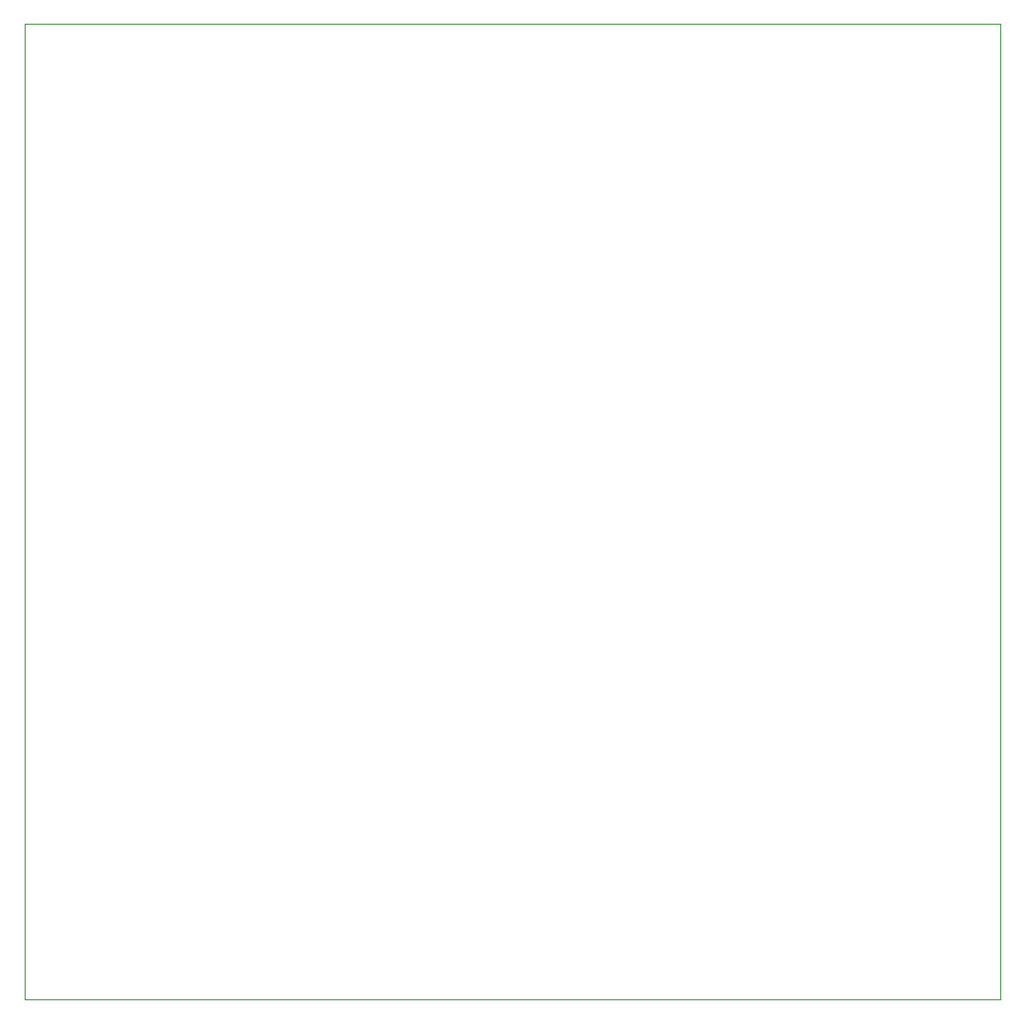
<source format=gbr>
G04 #@! TF.GenerationSoftware,KiCad,Pcbnew,5.1.5+dfsg1-2build2*
G04 #@! TF.CreationDate,2021-02-20T12:55:14-05:00*
G04 #@! TF.ProjectId,eboard,65626f61-7264-42e6-9b69-6361645f7063,rev?*
G04 #@! TF.SameCoordinates,Original*
G04 #@! TF.FileFunction,Profile,NP*
%FSLAX46Y46*%
G04 Gerber Fmt 4.6, Leading zero omitted, Abs format (unit mm)*
G04 Created by KiCad (PCBNEW 5.1.5+dfsg1-2build2) date 2021-02-20 12:55:14*
%MOMM*%
%LPD*%
G04 APERTURE LIST*
%ADD10C,0.050000*%
G04 APERTURE END LIST*
D10*
X126500000Y-117500000D02*
X39500000Y-117500000D01*
X39500000Y-117500000D02*
X39500000Y-30500000D01*
X126500000Y-30500000D02*
X126500000Y-117500000D01*
X39500000Y-30500000D02*
X126500000Y-30500000D01*
M02*

</source>
